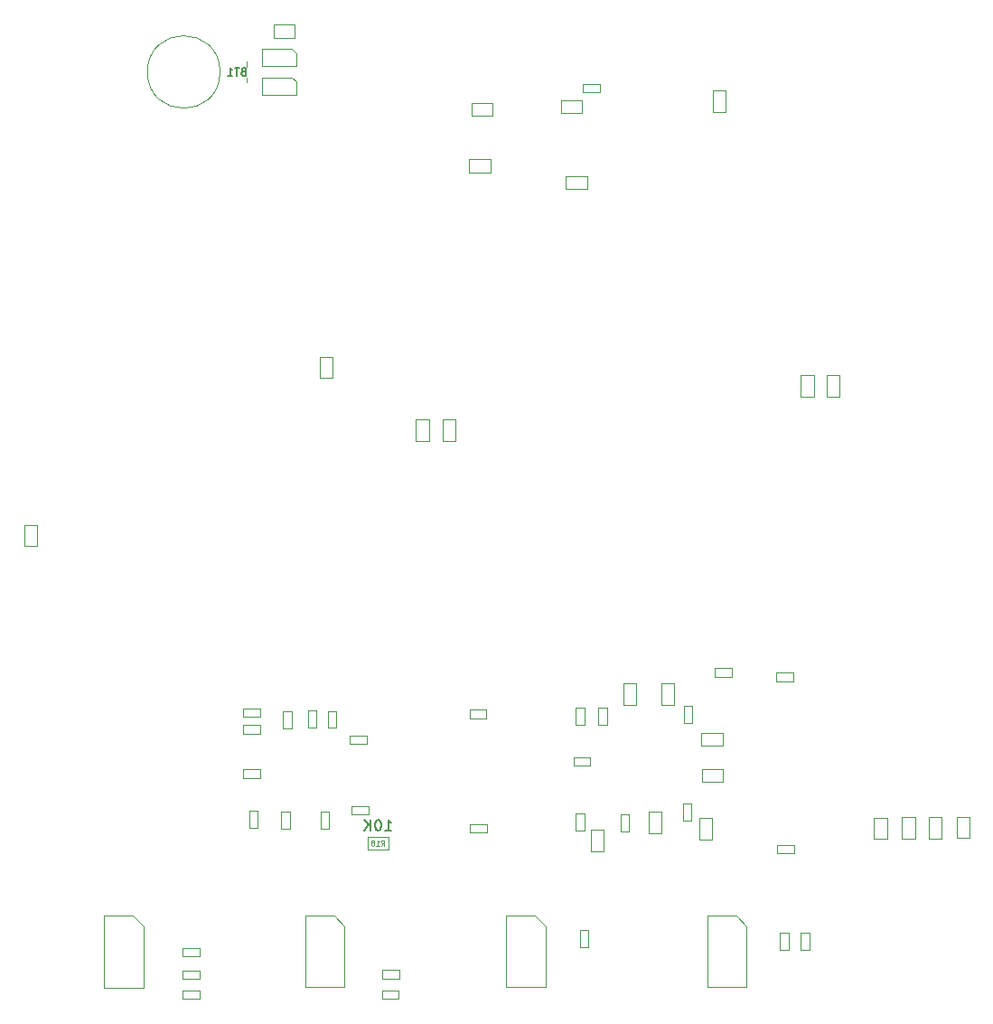
<source format=gbr>
G04 #@! TF.GenerationSoftware,KiCad,Pcbnew,(5.1.2-1)-1*
G04 #@! TF.CreationDate,2020-09-17T21:50:52+01:00*
G04 #@! TF.ProjectId,tranZPUter-SW-700_v1_2,7472616e-5a50-4557-9465-722d53572d37,rev?*
G04 #@! TF.SameCoordinates,Original*
G04 #@! TF.FileFunction,Other,Fab,Bot*
%FSLAX46Y46*%
G04 Gerber Fmt 4.6, Leading zero omitted, Abs format (unit mm)*
G04 Created by KiCad (PCBNEW (5.1.2-1)-1) date 2020-09-17 21:50:52*
%MOMM*%
%LPD*%
G04 APERTURE LIST*
%ADD10C,0.100000*%
%ADD11C,0.150000*%
%ADD12C,0.080000*%
G04 APERTURE END LIST*
D10*
X133150000Y-123440000D02*
X131150000Y-123440000D01*
X133150000Y-124640000D02*
X133150000Y-123440000D01*
X131150000Y-124640000D02*
X133150000Y-124640000D01*
X131150000Y-123440000D02*
X131150000Y-124640000D01*
X125320000Y-130840000D02*
X125320000Y-137540000D01*
X129020000Y-137540000D02*
X125320000Y-137540000D01*
X128020000Y-130840000D02*
X125320000Y-130840000D01*
X129020000Y-131840000D02*
X129020000Y-137540000D01*
X129020000Y-131840000D02*
X128020000Y-130840000D01*
X179840000Y-123630000D02*
X179840000Y-121630000D01*
X178640000Y-123630000D02*
X179840000Y-123630000D01*
X178640000Y-121630000D02*
X178640000Y-123630000D01*
X179840000Y-121630000D02*
X178640000Y-121630000D01*
X144170000Y-130840000D02*
X144170000Y-137540000D01*
X147870000Y-137540000D02*
X144170000Y-137540000D01*
X146870000Y-130840000D02*
X144170000Y-130840000D01*
X147870000Y-131840000D02*
X147870000Y-137540000D01*
X147870000Y-131840000D02*
X146870000Y-130840000D01*
X106510000Y-130850000D02*
X106510000Y-137550000D01*
X110210000Y-137550000D02*
X106510000Y-137550000D01*
X109210000Y-130850000D02*
X106510000Y-130850000D01*
X110210000Y-131850000D02*
X110210000Y-137550000D01*
X110210000Y-131850000D02*
X109210000Y-130850000D01*
X115450000Y-133840000D02*
X113850000Y-133840000D01*
X115450000Y-134640000D02*
X115450000Y-133840000D01*
X113850000Y-134640000D02*
X115450000Y-134640000D01*
X113850000Y-133840000D02*
X113850000Y-134640000D01*
X115420000Y-135980000D02*
X113820000Y-135980000D01*
X115420000Y-136780000D02*
X115420000Y-135980000D01*
X113820000Y-136780000D02*
X115420000Y-136780000D01*
X113820000Y-135980000D02*
X113820000Y-136780000D01*
X115410000Y-137840000D02*
X113810000Y-137840000D01*
X115410000Y-138640000D02*
X115410000Y-137840000D01*
X113810000Y-138640000D02*
X115410000Y-138640000D01*
X113810000Y-137840000D02*
X113810000Y-138640000D01*
X121320000Y-53900000D02*
X121320000Y-52300000D01*
X124520000Y-53900000D02*
X121320000Y-53900000D01*
X124520000Y-52700000D02*
X124520000Y-53900000D01*
X124120000Y-52300000D02*
X124520000Y-52700000D01*
X121320000Y-52300000D02*
X124120000Y-52300000D01*
X121300000Y-51250000D02*
X121300000Y-49650000D01*
X124500000Y-51250000D02*
X121300000Y-51250000D01*
X124500000Y-50050000D02*
X124500000Y-51250000D01*
X124100000Y-49650000D02*
X124500000Y-50050000D01*
X121300000Y-49650000D02*
X124100000Y-49650000D01*
X152970000Y-52910000D02*
X151370000Y-52910000D01*
X152970000Y-53710000D02*
X152970000Y-52910000D01*
X151370000Y-53710000D02*
X152970000Y-53710000D01*
X151370000Y-52910000D02*
X151370000Y-53710000D01*
X140710000Y-61180000D02*
X142710000Y-61180000D01*
X140710000Y-59980000D02*
X140710000Y-61180000D01*
X142710000Y-59980000D02*
X140710000Y-59980000D01*
X142710000Y-61180000D02*
X142710000Y-59980000D01*
X140910000Y-55890000D02*
X142910000Y-55890000D01*
X140910000Y-54690000D02*
X140910000Y-55890000D01*
X142910000Y-54690000D02*
X140910000Y-54690000D01*
X142910000Y-55890000D02*
X142910000Y-54690000D01*
X124360000Y-47370000D02*
X122360000Y-47370000D01*
X124360000Y-48570000D02*
X124360000Y-47370000D01*
X122360000Y-48570000D02*
X124360000Y-48570000D01*
X122360000Y-47370000D02*
X122360000Y-48570000D01*
X151290000Y-54460000D02*
X149290000Y-54460000D01*
X151290000Y-55660000D02*
X151290000Y-54460000D01*
X149290000Y-55660000D02*
X151290000Y-55660000D01*
X149290000Y-54460000D02*
X149290000Y-55660000D01*
X164700000Y-55520000D02*
X164700000Y-53520000D01*
X163500000Y-55520000D02*
X164700000Y-55520000D01*
X163500000Y-53520000D02*
X163500000Y-55520000D01*
X164700000Y-53520000D02*
X163500000Y-53520000D01*
X163000000Y-130840000D02*
X163000000Y-137540000D01*
X166700000Y-137540000D02*
X163000000Y-137540000D01*
X165700000Y-130840000D02*
X163000000Y-130840000D01*
X166700000Y-131840000D02*
X166700000Y-137540000D01*
X166700000Y-131840000D02*
X165700000Y-130840000D01*
X182460000Y-123590000D02*
X182460000Y-121590000D01*
X181260000Y-123590000D02*
X182460000Y-123590000D01*
X181260000Y-121590000D02*
X181260000Y-123590000D01*
X182460000Y-121590000D02*
X181260000Y-121590000D01*
X186370000Y-121560000D02*
X186370000Y-123560000D01*
X187570000Y-121560000D02*
X186370000Y-121560000D01*
X187570000Y-123560000D02*
X187570000Y-121560000D01*
X186370000Y-123560000D02*
X187570000Y-123560000D01*
X183780000Y-121580000D02*
X183780000Y-123580000D01*
X184980000Y-121580000D02*
X183780000Y-121580000D01*
X184980000Y-123580000D02*
X184980000Y-121580000D01*
X183780000Y-123580000D02*
X184980000Y-123580000D01*
X126400000Y-113230000D02*
X126400000Y-111630000D01*
X125600000Y-113230000D02*
X126400000Y-113230000D01*
X125600000Y-111630000D02*
X125600000Y-113230000D01*
X126400000Y-111630000D02*
X125600000Y-111630000D01*
X121100000Y-111390000D02*
X119500000Y-111390000D01*
X121100000Y-112190000D02*
X121100000Y-111390000D01*
X119500000Y-112190000D02*
X121100000Y-112190000D01*
X119500000Y-111390000D02*
X119500000Y-112190000D01*
X128230000Y-113240000D02*
X128230000Y-111640000D01*
X127430000Y-113240000D02*
X128230000Y-113240000D01*
X127430000Y-111640000D02*
X127430000Y-113240000D01*
X128230000Y-111640000D02*
X127430000Y-111640000D01*
X129520000Y-114740000D02*
X131120000Y-114740000D01*
X129520000Y-113940000D02*
X129520000Y-114740000D01*
X131120000Y-113940000D02*
X129520000Y-113940000D01*
X131120000Y-114740000D02*
X131120000Y-113940000D01*
X126770000Y-121060000D02*
X126770000Y-122660000D01*
X127570000Y-121060000D02*
X126770000Y-121060000D01*
X127570000Y-122660000D02*
X127570000Y-121060000D01*
X126770000Y-122660000D02*
X127570000Y-122660000D01*
X129680000Y-121350000D02*
X131280000Y-121350000D01*
X129680000Y-120550000D02*
X129680000Y-121350000D01*
X131280000Y-120550000D02*
X129680000Y-120550000D01*
X131280000Y-121350000D02*
X131280000Y-120550000D01*
X121110000Y-117140000D02*
X119510000Y-117140000D01*
X121110000Y-117940000D02*
X121110000Y-117140000D01*
X119510000Y-117940000D02*
X121110000Y-117940000D01*
X119510000Y-117140000D02*
X119510000Y-117940000D01*
X120070000Y-120980000D02*
X120070000Y-122580000D01*
X120870000Y-120980000D02*
X120070000Y-120980000D01*
X120870000Y-122580000D02*
X120870000Y-120980000D01*
X120070000Y-122580000D02*
X120870000Y-122580000D01*
X123090000Y-121110000D02*
X123090000Y-122710000D01*
X123890000Y-121110000D02*
X123090000Y-121110000D01*
X123890000Y-122710000D02*
X123890000Y-121110000D01*
X123090000Y-122710000D02*
X123890000Y-122710000D01*
X121090000Y-112960000D02*
X119490000Y-112960000D01*
X121090000Y-113760000D02*
X121090000Y-112960000D01*
X119490000Y-113760000D02*
X121090000Y-113760000D01*
X119490000Y-112960000D02*
X119490000Y-113760000D01*
X124070000Y-113260000D02*
X124070000Y-111660000D01*
X123270000Y-113260000D02*
X124070000Y-113260000D01*
X123270000Y-111660000D02*
X123270000Y-113260000D01*
X124070000Y-111660000D02*
X123270000Y-111660000D01*
X162450000Y-114890000D02*
X164450000Y-114890000D01*
X162450000Y-113690000D02*
X162450000Y-114890000D01*
X164450000Y-113690000D02*
X162450000Y-113690000D01*
X164450000Y-114890000D02*
X164450000Y-113690000D01*
X159920000Y-111090000D02*
X159920000Y-109090000D01*
X158720000Y-111090000D02*
X159920000Y-111090000D01*
X158720000Y-109090000D02*
X158720000Y-111090000D01*
X159920000Y-109090000D02*
X158720000Y-109090000D01*
X156330000Y-111090000D02*
X156330000Y-109090000D01*
X155130000Y-111090000D02*
X156330000Y-111090000D01*
X155130000Y-109090000D02*
X155130000Y-111090000D01*
X156330000Y-109090000D02*
X155130000Y-109090000D01*
X162280000Y-121690000D02*
X162280000Y-123690000D01*
X163480000Y-121690000D02*
X162280000Y-121690000D01*
X163480000Y-123690000D02*
X163480000Y-121690000D01*
X162280000Y-123690000D02*
X163480000Y-123690000D01*
X165280000Y-107650000D02*
X163680000Y-107650000D01*
X165280000Y-108450000D02*
X165280000Y-107650000D01*
X163680000Y-108450000D02*
X165280000Y-108450000D01*
X163680000Y-107650000D02*
X163680000Y-108450000D01*
X152110000Y-122770000D02*
X152110000Y-124770000D01*
X153310000Y-122770000D02*
X152110000Y-122770000D01*
X153310000Y-124770000D02*
X153310000Y-122770000D01*
X152110000Y-124770000D02*
X153310000Y-124770000D01*
X157490000Y-121080000D02*
X157490000Y-123080000D01*
X158690000Y-121080000D02*
X157490000Y-121080000D01*
X158690000Y-123080000D02*
X158690000Y-121080000D01*
X157490000Y-123080000D02*
X158690000Y-123080000D01*
X162490000Y-118300000D02*
X164490000Y-118300000D01*
X162490000Y-117100000D02*
X162490000Y-118300000D01*
X164490000Y-117100000D02*
X162490000Y-117100000D01*
X164490000Y-118300000D02*
X164490000Y-117100000D01*
X161590000Y-112750000D02*
X161590000Y-111150000D01*
X160790000Y-112750000D02*
X161590000Y-112750000D01*
X160790000Y-111150000D02*
X160790000Y-112750000D01*
X161590000Y-111150000D02*
X160790000Y-111150000D01*
X153610000Y-112930000D02*
X153610000Y-111330000D01*
X152810000Y-112930000D02*
X153610000Y-112930000D01*
X152810000Y-111330000D02*
X152810000Y-112930000D01*
X153610000Y-111330000D02*
X152810000Y-111330000D01*
X154860000Y-121310000D02*
X154860000Y-122910000D01*
X155660000Y-121310000D02*
X154860000Y-121310000D01*
X155660000Y-122910000D02*
X155660000Y-121310000D01*
X154860000Y-122910000D02*
X155660000Y-122910000D01*
X151470000Y-112970000D02*
X151470000Y-111370000D01*
X150670000Y-112970000D02*
X151470000Y-112970000D01*
X150670000Y-111370000D02*
X150670000Y-112970000D01*
X151470000Y-111370000D02*
X150670000Y-111370000D01*
X160720000Y-120300000D02*
X160720000Y-121900000D01*
X161520000Y-120300000D02*
X160720000Y-120300000D01*
X161520000Y-121900000D02*
X161520000Y-120300000D01*
X160720000Y-121900000D02*
X161520000Y-121900000D01*
X150690000Y-121240000D02*
X150690000Y-122840000D01*
X151490000Y-121240000D02*
X150690000Y-121240000D01*
X151490000Y-122840000D02*
X151490000Y-121240000D01*
X150690000Y-122840000D02*
X151490000Y-122840000D01*
X169830000Y-132390000D02*
X169830000Y-133990000D01*
X170630000Y-132390000D02*
X169830000Y-132390000D01*
X170630000Y-133990000D02*
X170630000Y-132390000D01*
X169830000Y-133990000D02*
X170630000Y-133990000D01*
X152060000Y-115980000D02*
X150460000Y-115980000D01*
X152060000Y-116780000D02*
X152060000Y-115980000D01*
X150460000Y-116780000D02*
X152060000Y-116780000D01*
X150460000Y-115980000D02*
X150460000Y-116780000D01*
X171100000Y-108060000D02*
X169500000Y-108060000D01*
X171100000Y-108860000D02*
X171100000Y-108060000D01*
X169500000Y-108860000D02*
X171100000Y-108860000D01*
X169500000Y-108060000D02*
X169500000Y-108860000D01*
X171160000Y-124210000D02*
X169560000Y-124210000D01*
X171160000Y-125010000D02*
X171160000Y-124210000D01*
X169560000Y-125010000D02*
X171160000Y-125010000D01*
X169560000Y-124210000D02*
X169560000Y-125010000D01*
X140720000Y-112320000D02*
X142320000Y-112320000D01*
X140720000Y-111520000D02*
X140720000Y-112320000D01*
X142320000Y-111520000D02*
X140720000Y-111520000D01*
X142320000Y-112320000D02*
X142320000Y-111520000D01*
X140750000Y-123050000D02*
X142350000Y-123050000D01*
X140750000Y-122250000D02*
X140750000Y-123050000D01*
X142350000Y-122250000D02*
X140750000Y-122250000D01*
X142350000Y-123050000D02*
X142350000Y-122250000D01*
X171760000Y-132400000D02*
X171760000Y-134000000D01*
X172560000Y-132400000D02*
X171760000Y-132400000D01*
X172560000Y-134000000D02*
X172560000Y-132400000D01*
X171760000Y-134000000D02*
X172560000Y-134000000D01*
X151070000Y-132170000D02*
X151070000Y-133770000D01*
X151870000Y-132170000D02*
X151070000Y-132170000D01*
X151870000Y-133770000D02*
X151870000Y-132170000D01*
X151070000Y-133770000D02*
X151870000Y-133770000D01*
X134110000Y-137820000D02*
X132510000Y-137820000D01*
X134110000Y-138620000D02*
X134110000Y-137820000D01*
X132510000Y-138620000D02*
X134110000Y-138620000D01*
X132510000Y-137820000D02*
X132510000Y-138620000D01*
X134150000Y-135910000D02*
X132550000Y-135910000D01*
X134150000Y-136710000D02*
X134150000Y-135910000D01*
X132550000Y-136710000D02*
X134150000Y-136710000D01*
X132550000Y-135910000D02*
X132550000Y-136710000D01*
X126680000Y-78470000D02*
X126680000Y-80470000D01*
X127880000Y-78470000D02*
X126680000Y-78470000D01*
X127880000Y-80470000D02*
X127880000Y-78470000D01*
X126680000Y-80470000D02*
X127880000Y-80470000D01*
X139400000Y-86330000D02*
X139400000Y-84330000D01*
X138200000Y-86330000D02*
X139400000Y-86330000D01*
X138200000Y-84330000D02*
X138200000Y-86330000D01*
X139400000Y-84330000D02*
X138200000Y-84330000D01*
X136920000Y-86370000D02*
X136920000Y-84370000D01*
X135720000Y-86370000D02*
X136920000Y-86370000D01*
X135720000Y-84370000D02*
X135720000Y-86370000D01*
X136920000Y-84370000D02*
X135720000Y-84370000D01*
X174200000Y-80180000D02*
X174200000Y-82180000D01*
X175400000Y-80180000D02*
X174200000Y-80180000D01*
X175400000Y-82180000D02*
X175400000Y-80180000D01*
X174200000Y-82180000D02*
X175400000Y-82180000D01*
X117350000Y-51790000D02*
G75*
G03X117350000Y-51790000I-3400000J0D01*
G01*
X119850000Y-52790000D02*
X119850000Y-52290000D01*
X119850000Y-51290000D02*
X119850000Y-50790000D01*
X151740000Y-61540000D02*
X149740000Y-61540000D01*
X151740000Y-62740000D02*
X151740000Y-61540000D01*
X149740000Y-62740000D02*
X151740000Y-62740000D01*
X149740000Y-61540000D02*
X149740000Y-62740000D01*
X171780000Y-80190000D02*
X171780000Y-82190000D01*
X172980000Y-80190000D02*
X171780000Y-80190000D01*
X172980000Y-82190000D02*
X172980000Y-80190000D01*
X171780000Y-82190000D02*
X172980000Y-82190000D01*
X100200000Y-96200000D02*
X100200000Y-94200000D01*
X99000000Y-96200000D02*
X100200000Y-96200000D01*
X99000000Y-94200000D02*
X99000000Y-96200000D01*
X100200000Y-94200000D02*
X99000000Y-94200000D01*
D11*
X132840476Y-122842380D02*
X133411904Y-122842380D01*
X133126190Y-122842380D02*
X133126190Y-121842380D01*
X133221428Y-121985238D01*
X133316666Y-122080476D01*
X133411904Y-122128095D01*
X132221428Y-121842380D02*
X132126190Y-121842380D01*
X132030952Y-121890000D01*
X131983333Y-121937619D01*
X131935714Y-122032857D01*
X131888095Y-122223333D01*
X131888095Y-122461428D01*
X131935714Y-122651904D01*
X131983333Y-122747142D01*
X132030952Y-122794761D01*
X132126190Y-122842380D01*
X132221428Y-122842380D01*
X132316666Y-122794761D01*
X132364285Y-122747142D01*
X132411904Y-122651904D01*
X132459523Y-122461428D01*
X132459523Y-122223333D01*
X132411904Y-122032857D01*
X132364285Y-121937619D01*
X132316666Y-121890000D01*
X132221428Y-121842380D01*
X131459523Y-122842380D02*
X131459523Y-121842380D01*
X130888095Y-122842380D02*
X131316666Y-122270952D01*
X130888095Y-121842380D02*
X131459523Y-122413809D01*
D12*
X132471428Y-124266190D02*
X132638095Y-124028095D01*
X132757142Y-124266190D02*
X132757142Y-123766190D01*
X132566666Y-123766190D01*
X132519047Y-123790000D01*
X132495238Y-123813809D01*
X132471428Y-123861428D01*
X132471428Y-123932857D01*
X132495238Y-123980476D01*
X132519047Y-124004285D01*
X132566666Y-124028095D01*
X132757142Y-124028095D01*
X131995238Y-124266190D02*
X132280952Y-124266190D01*
X132138095Y-124266190D02*
X132138095Y-123766190D01*
X132185714Y-123837619D01*
X132233333Y-123885238D01*
X132280952Y-123909047D01*
X131709523Y-123980476D02*
X131757142Y-123956666D01*
X131780952Y-123932857D01*
X131804761Y-123885238D01*
X131804761Y-123861428D01*
X131780952Y-123813809D01*
X131757142Y-123790000D01*
X131709523Y-123766190D01*
X131614285Y-123766190D01*
X131566666Y-123790000D01*
X131542857Y-123813809D01*
X131519047Y-123861428D01*
X131519047Y-123885238D01*
X131542857Y-123932857D01*
X131566666Y-123956666D01*
X131614285Y-123980476D01*
X131709523Y-123980476D01*
X131757142Y-124004285D01*
X131780952Y-124028095D01*
X131804761Y-124075714D01*
X131804761Y-124170952D01*
X131780952Y-124218571D01*
X131757142Y-124242380D01*
X131709523Y-124266190D01*
X131614285Y-124266190D01*
X131566666Y-124242380D01*
X131542857Y-124218571D01*
X131519047Y-124170952D01*
X131519047Y-124075714D01*
X131542857Y-124028095D01*
X131566666Y-124004285D01*
X131614285Y-123980476D01*
D11*
X119539285Y-51736428D02*
X119432142Y-51772142D01*
X119396428Y-51807857D01*
X119360714Y-51879285D01*
X119360714Y-51986428D01*
X119396428Y-52057857D01*
X119432142Y-52093571D01*
X119503571Y-52129285D01*
X119789285Y-52129285D01*
X119789285Y-51379285D01*
X119539285Y-51379285D01*
X119467857Y-51415000D01*
X119432142Y-51450714D01*
X119396428Y-51522142D01*
X119396428Y-51593571D01*
X119432142Y-51665000D01*
X119467857Y-51700714D01*
X119539285Y-51736428D01*
X119789285Y-51736428D01*
X119146428Y-51379285D02*
X118717857Y-51379285D01*
X118932142Y-52129285D02*
X118932142Y-51379285D01*
X118075000Y-52129285D02*
X118503571Y-52129285D01*
X118289285Y-52129285D02*
X118289285Y-51379285D01*
X118360714Y-51486428D01*
X118432142Y-51557857D01*
X118503571Y-51593571D01*
M02*

</source>
